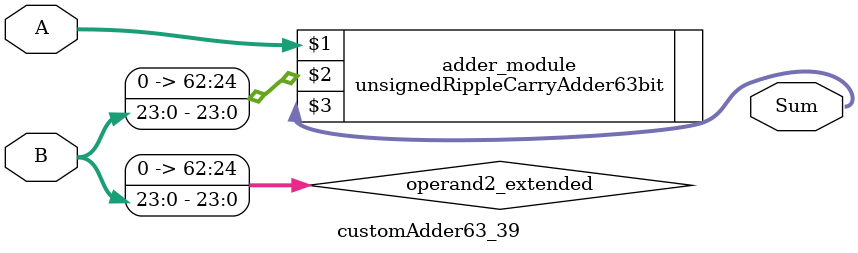
<source format=v>
module customAdder63_39(
                        input [62 : 0] A,
                        input [23 : 0] B,
                        
                        output [63 : 0] Sum
                );

        wire [62 : 0] operand2_extended;
        
        assign operand2_extended =  {39'b0, B};
        
        unsignedRippleCarryAdder63bit adder_module(
            A,
            operand2_extended,
            Sum
        );
        
        endmodule
        
</source>
